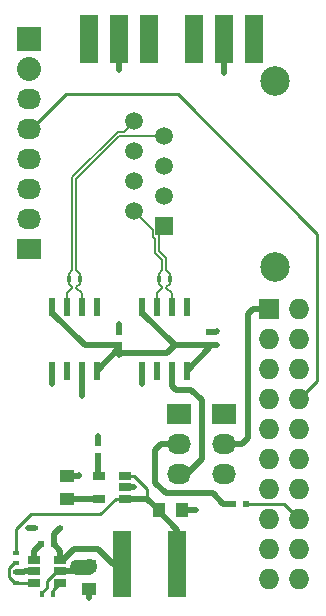
<source format=gbr>
G04 #@! TF.FileFunction,Copper,L1,Top,Signal*
%FSLAX46Y46*%
G04 Gerber Fmt 4.6, Leading zero omitted, Abs format (unit mm)*
G04 Created by KiCad (PCBNEW (2016-02-16 BZR 6568, Git 6c5f954)-product) date Sun 21 Feb 2016 12:13:02 PM EST*
%MOMM*%
G01*
G04 APERTURE LIST*
%ADD10C,0.100000*%
%ADD11R,0.600000X0.500000*%
%ADD12R,1.250000X1.000000*%
%ADD13R,1.000000X1.250000*%
%ADD14R,0.500000X0.600000*%
%ADD15R,0.590000X0.450000*%
%ADD16R,1.501140X1.501140*%
%ADD17C,1.501140*%
%ADD18C,2.500000*%
%ADD19R,1.600000X5.700000*%
%ADD20R,1.520000X4.060000*%
%ADD21R,2.032000X1.727200*%
%ADD22O,2.032000X1.727200*%
%ADD23R,1.727200X1.727200*%
%ADD24O,1.727200X1.727200*%
%ADD25R,0.400000X0.600000*%
%ADD26R,0.600000X0.400000*%
%ADD27R,1.060000X0.650000*%
%ADD28R,0.600000X1.550000*%
%ADD29R,2.032000X2.032000*%
%ADD30O,2.032000X2.032000*%
%ADD31C,1.270000*%
%ADD32C,0.406400*%
%ADD33C,0.508000*%
%ADD34C,0.254000*%
%ADD35C,1.270000*%
%ADD36C,0.203200*%
G04 APERTURE END LIST*
D10*
D11*
X108754000Y-92329000D03*
X107654000Y-92329000D03*
D12*
X111760000Y-94123000D03*
X111760000Y-96123000D03*
X109855000Y-88503000D03*
X109855000Y-86503000D03*
D13*
X117618000Y-89408000D03*
X119618000Y-89408000D03*
D14*
X112522000Y-84878000D03*
X112522000Y-83778000D03*
D11*
X125010000Y-88900000D03*
X123910000Y-88900000D03*
D14*
X121920000Y-75480000D03*
X121920000Y-74380000D03*
X114300000Y-75480000D03*
X114300000Y-74380000D03*
D15*
X109259000Y-90932000D03*
X107149000Y-90932000D03*
D16*
X118110000Y-65405000D03*
D17*
X115570000Y-64135000D03*
X118110000Y-62865000D03*
X115570000Y-61595000D03*
X118110000Y-60325000D03*
X115570000Y-59055000D03*
X118110000Y-57785000D03*
X115570000Y-56515000D03*
D18*
X127510000Y-68810000D03*
X127510000Y-53110000D03*
D19*
X114490000Y-93980000D03*
X119190000Y-93980000D03*
D20*
X114300000Y-49530000D03*
X111760000Y-49530000D03*
X116840000Y-49530000D03*
D21*
X119380000Y-81280000D03*
D22*
X119380000Y-83820000D03*
X119380000Y-86360000D03*
D20*
X123190000Y-49530000D03*
X120650000Y-49530000D03*
X125730000Y-49530000D03*
D21*
X106680000Y-67310000D03*
D22*
X106680000Y-64770000D03*
X106680000Y-62230000D03*
X106680000Y-59690000D03*
X106680000Y-57150000D03*
X106680000Y-54610000D03*
D21*
X123190000Y-81280000D03*
D22*
X123190000Y-83820000D03*
X123190000Y-86360000D03*
D23*
X127000000Y-72390000D03*
D24*
X129540000Y-72390000D03*
X127000000Y-74930000D03*
X129540000Y-74930000D03*
X127000000Y-77470000D03*
X129540000Y-77470000D03*
X127000000Y-80010000D03*
X129540000Y-80010000D03*
X127000000Y-82550000D03*
X129540000Y-82550000D03*
X127000000Y-85090000D03*
X129540000Y-85090000D03*
X127000000Y-87630000D03*
X129540000Y-87630000D03*
X127000000Y-90170000D03*
X129540000Y-90170000D03*
X127000000Y-92710000D03*
X129540000Y-92710000D03*
X127000000Y-95250000D03*
X129540000Y-95250000D03*
D25*
X107754000Y-96520000D03*
X108654000Y-96520000D03*
X117660000Y-69850000D03*
X118560000Y-69850000D03*
D26*
X105537000Y-93022000D03*
X105537000Y-93922000D03*
X105537000Y-95573000D03*
X105537000Y-94673000D03*
D25*
X110040000Y-69850000D03*
X110940000Y-69850000D03*
D27*
X107104000Y-93665000D03*
X107104000Y-94615000D03*
X107104000Y-95565000D03*
X109304000Y-95565000D03*
X109304000Y-93665000D03*
X109304000Y-94615000D03*
X114765000Y-88453000D03*
X114765000Y-87503000D03*
X114765000Y-86553000D03*
X112565000Y-86553000D03*
X112565000Y-88453000D03*
D28*
X120015000Y-72230000D03*
X118745000Y-72230000D03*
X117475000Y-72230000D03*
X116205000Y-72230000D03*
X116205000Y-77630000D03*
X117475000Y-77630000D03*
X118745000Y-77630000D03*
X120015000Y-77630000D03*
X112395000Y-72230000D03*
X111125000Y-72230000D03*
X109855000Y-72230000D03*
X108585000Y-72230000D03*
X108585000Y-77630000D03*
X109855000Y-77630000D03*
X111125000Y-77630000D03*
X112395000Y-77630000D03*
D29*
X106680000Y-49530000D03*
D30*
X106680000Y-52070000D03*
D31*
X110744000Y-94234000D03*
D32*
X115570000Y-87503000D03*
X120777000Y-89408000D03*
X110871000Y-86487000D03*
X112522000Y-83185000D03*
X108585000Y-78740000D03*
X116205000Y-78740000D03*
X122555000Y-74295000D03*
X114300000Y-73660000D03*
X125730000Y-49530000D03*
X120650000Y-49530000D03*
X116840000Y-49530000D03*
X111760000Y-49530000D03*
X111760000Y-96901000D03*
X106299000Y-94615000D03*
X106553000Y-90932000D03*
X122555000Y-75438000D03*
X114300000Y-76327000D03*
X111379000Y-88503000D03*
X114300000Y-52197000D03*
X123190000Y-52451000D03*
X111125000Y-79756000D03*
D33*
X108754000Y-92329000D02*
X108754000Y-91437000D01*
X108754000Y-91437000D02*
X109259000Y-90932000D01*
X109304000Y-93665000D02*
X109304000Y-92879000D01*
X109304000Y-92879000D02*
X108754000Y-92329000D01*
X112522000Y-92710000D02*
X110464000Y-92710000D01*
X110464000Y-92710000D02*
X109509000Y-93665000D01*
X109509000Y-93665000D02*
X109304000Y-93665000D01*
X113792000Y-93980000D02*
X112522000Y-92710000D01*
X114490000Y-93980000D02*
X113792000Y-93980000D01*
X107104000Y-93665000D02*
X107104000Y-92879000D01*
X107104000Y-92879000D02*
X107654000Y-92329000D01*
D34*
X107754000Y-96520000D02*
X107754000Y-96420000D01*
X107754000Y-96420000D02*
X108204000Y-95970000D01*
X108204000Y-95398518D02*
X108987518Y-94615000D01*
X108204000Y-95970000D02*
X108204000Y-95398518D01*
X108987518Y-94615000D02*
X109304000Y-94615000D01*
D33*
X109304000Y-94615000D02*
X110363000Y-94615000D01*
X110363000Y-94615000D02*
X110744000Y-94234000D01*
D35*
X110744000Y-94234000D02*
X111649000Y-94234000D01*
X111649000Y-94234000D02*
X111760000Y-94123000D01*
D33*
X114765000Y-87503000D02*
X115570000Y-87503000D01*
X119618000Y-89408000D02*
X120777000Y-89408000D01*
X109855000Y-86503000D02*
X110855000Y-86503000D01*
X110855000Y-86503000D02*
X110871000Y-86487000D01*
X112522000Y-83778000D02*
X112522000Y-83185000D01*
X108585000Y-77630000D02*
X108585000Y-78740000D01*
X116205000Y-77630000D02*
X116205000Y-78740000D01*
X121920000Y-74380000D02*
X122470000Y-74380000D01*
X122470000Y-74380000D02*
X122555000Y-74295000D01*
X114300000Y-74380000D02*
X114300000Y-73660000D01*
X111760000Y-96123000D02*
X111760000Y-96901000D01*
X105537000Y-94673000D02*
X106241000Y-94673000D01*
X106241000Y-94673000D02*
X106299000Y-94615000D01*
X107104000Y-94615000D02*
X106299000Y-94615000D01*
X107149000Y-90932000D02*
X106553000Y-90932000D01*
X114300000Y-76327000D02*
X114503199Y-76123801D01*
X114503199Y-76123801D02*
X118336199Y-76123801D01*
X118336199Y-76123801D02*
X118980000Y-75480000D01*
X122555000Y-75438000D02*
X121962000Y-75438000D01*
X121962000Y-75438000D02*
X121920000Y-75480000D01*
X114300000Y-76327000D02*
X114300000Y-75480000D01*
X109855000Y-88503000D02*
X111379000Y-88503000D01*
X112565000Y-88453000D02*
X111429000Y-88453000D01*
X111429000Y-88453000D02*
X111379000Y-88503000D01*
X121920000Y-75480000D02*
X118980000Y-75480000D01*
X118980000Y-75480000D02*
X116205000Y-72705000D01*
X116205000Y-72705000D02*
X116205000Y-72230000D01*
X114300000Y-75480000D02*
X111360000Y-75480000D01*
X111360000Y-75480000D02*
X108585000Y-72705000D01*
X108585000Y-72705000D02*
X108585000Y-72230000D01*
X114300000Y-75480000D02*
X114300000Y-75725000D01*
X114300000Y-75725000D02*
X112395000Y-77630000D01*
X121920000Y-75480000D02*
X121920000Y-75725000D01*
X121920000Y-75725000D02*
X120015000Y-77630000D01*
D34*
X114765000Y-86553000D02*
X115549000Y-86553000D01*
X115549000Y-86553000D02*
X116663000Y-87667000D01*
X116663000Y-87667000D02*
X116663000Y-88453000D01*
X106807000Y-89789000D02*
X112645000Y-89789000D01*
X112645000Y-89789000D02*
X113981000Y-88453000D01*
X113981000Y-88453000D02*
X114765000Y-88453000D01*
X105537000Y-91059000D02*
X106807000Y-89789000D01*
X105537000Y-93022000D02*
X105537000Y-91059000D01*
D33*
X119190000Y-93980000D02*
X119190000Y-91105000D01*
X119190000Y-91105000D02*
X117618000Y-89533000D01*
X117618000Y-89533000D02*
X117618000Y-89408000D01*
X114765000Y-88453000D02*
X116663000Y-88453000D01*
X116663000Y-88453000D02*
X117618000Y-89408000D01*
X112522000Y-84878000D02*
X112522000Y-86510000D01*
X112522000Y-86510000D02*
X112565000Y-86553000D01*
D34*
X125010000Y-88900000D02*
X128270000Y-88900000D01*
X128270000Y-88900000D02*
X129540000Y-90170000D01*
D33*
X118237000Y-88011000D02*
X122213000Y-88011000D01*
X123102000Y-88900000D02*
X123910000Y-88900000D01*
X122213000Y-88011000D02*
X123102000Y-88900000D01*
X117348000Y-87122000D02*
X118237000Y-88011000D01*
X117348000Y-84328000D02*
X117348000Y-87122000D01*
X119380000Y-83820000D02*
X117856000Y-83820000D01*
X117856000Y-83820000D02*
X117348000Y-84328000D01*
D36*
X118287800Y-68125354D02*
X117652799Y-67490353D01*
X117652799Y-67490353D02*
X117652799Y-65862201D01*
X117652799Y-65862201D02*
X118110000Y-65405000D01*
X118560000Y-69850000D02*
X118560000Y-69400000D01*
X118560000Y-69400000D02*
X118287800Y-69127800D01*
X118287800Y-69127800D02*
X118287800Y-68125354D01*
X118745000Y-72230000D02*
X118745000Y-71067500D01*
X118560000Y-70300000D02*
X118560000Y-69850000D01*
X118745000Y-71067500D02*
X118287800Y-70610300D01*
X118287800Y-70610300D02*
X118287800Y-70572200D01*
X118287800Y-70572200D02*
X118560000Y-70300000D01*
X117156229Y-66318131D02*
X117156229Y-65721229D01*
X117156229Y-65721229D02*
X115570000Y-64135000D01*
X117932200Y-68272646D02*
X117297201Y-67637647D01*
X117297201Y-67637647D02*
X117297201Y-66459103D01*
X117297201Y-66459103D02*
X117156229Y-66318131D01*
X117660000Y-69850000D02*
X117660000Y-69400000D01*
X117660000Y-69400000D02*
X117932200Y-69127800D01*
X117932200Y-69127800D02*
X117932200Y-68272646D01*
X117660000Y-70300000D02*
X117660000Y-69850000D01*
X117475000Y-72230000D02*
X117475000Y-71067500D01*
X117475000Y-71067500D02*
X117932200Y-70610300D01*
X117932200Y-70610300D02*
X117932200Y-70572200D01*
X117932200Y-70572200D02*
X117660000Y-70300000D01*
X114655600Y-57785000D02*
X118110000Y-57785000D01*
X110940000Y-69850000D02*
X110940000Y-69400000D01*
X110940000Y-69400000D02*
X110667800Y-69127800D01*
X110667800Y-69127800D02*
X110667800Y-61414646D01*
X110667800Y-61414646D02*
X114297446Y-57785000D01*
X114297446Y-57785000D02*
X114655600Y-57785000D01*
X111125000Y-72230000D02*
X111125000Y-71067500D01*
X111125000Y-71067500D02*
X110667800Y-70610300D01*
X110667800Y-70610300D02*
X110667800Y-70572200D01*
X110667800Y-70572200D02*
X110940000Y-70300000D01*
X110940000Y-70300000D02*
X110940000Y-69850000D01*
X110040000Y-69850000D02*
X110040000Y-69400000D01*
X114655599Y-57429401D02*
X115570000Y-56515000D01*
X110040000Y-69400000D02*
X110312200Y-69127800D01*
X110312200Y-69127800D02*
X110312200Y-61267354D01*
X114150153Y-57429401D02*
X114655599Y-57429401D01*
X110312200Y-61267354D02*
X114150153Y-57429401D01*
X109855000Y-71067500D02*
X110312200Y-70610300D01*
X110312200Y-70610300D02*
X110312200Y-70572200D01*
X109855000Y-72230000D02*
X109855000Y-71067500D01*
X110040000Y-70300000D02*
X110040000Y-69850000D01*
X110312200Y-70572200D02*
X110040000Y-70300000D01*
D33*
X114300000Y-49530000D02*
X114300000Y-52197000D01*
X119380000Y-86360000D02*
X120015000Y-86360000D01*
X120015000Y-86360000D02*
X121285000Y-85090000D01*
X121285000Y-85090000D02*
X121285000Y-80137000D01*
X121285000Y-80137000D02*
X120396000Y-79248000D01*
X120396000Y-79248000D02*
X119080000Y-79248000D01*
X119080000Y-79248000D02*
X118745000Y-78913000D01*
X118745000Y-78913000D02*
X118745000Y-77630000D01*
X123190000Y-52451000D02*
X123190000Y-49530000D01*
D34*
X119253000Y-54229000D02*
X109753400Y-54229000D01*
X109753400Y-54229000D02*
X106832400Y-57150000D01*
X106832400Y-57150000D02*
X106680000Y-57150000D01*
X131064000Y-66040000D02*
X119253000Y-54229000D01*
X131064000Y-78486000D02*
X131064000Y-66040000D01*
X129540000Y-80010000D02*
X131064000Y-78486000D01*
D33*
X125222000Y-83312000D02*
X125222000Y-72796400D01*
X125222000Y-72796400D02*
X125628400Y-72390000D01*
X125628400Y-72390000D02*
X127000000Y-72390000D01*
X123190000Y-83820000D02*
X124714000Y-83820000D01*
X124714000Y-83820000D02*
X125222000Y-83312000D01*
X111125000Y-79756000D02*
X111125000Y-77630000D01*
D34*
X108654000Y-96520000D02*
X108654000Y-96215000D01*
X108654000Y-96215000D02*
X109304000Y-95565000D01*
X105537000Y-93922000D02*
X105376518Y-93922000D01*
X104983000Y-94315518D02*
X104983000Y-95119000D01*
X105376518Y-93922000D02*
X104983000Y-94315518D01*
X104983000Y-95119000D02*
X105437000Y-95573000D01*
X105437000Y-95573000D02*
X105537000Y-95573000D01*
X107104000Y-95565000D02*
X105545000Y-95565000D01*
X105545000Y-95565000D02*
X105537000Y-95573000D01*
M02*

</source>
